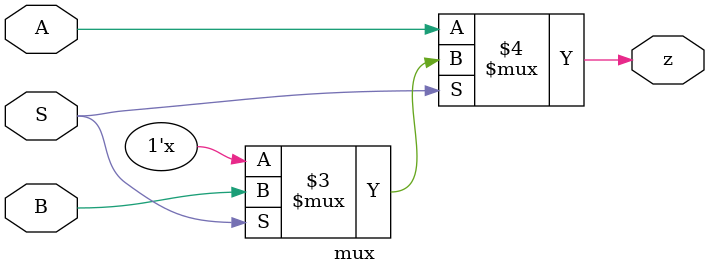
<source format=v>
module mux
(
    input wire A,
    input wire B,
    input wire S,
    output wire z
  //  output wire cout

);
//assign z = (A&~S)|(B&S);
assign z = (S==1'b0)?A:
          (S==1'b1)? B:
          1'bX;
endmodule
</source>
